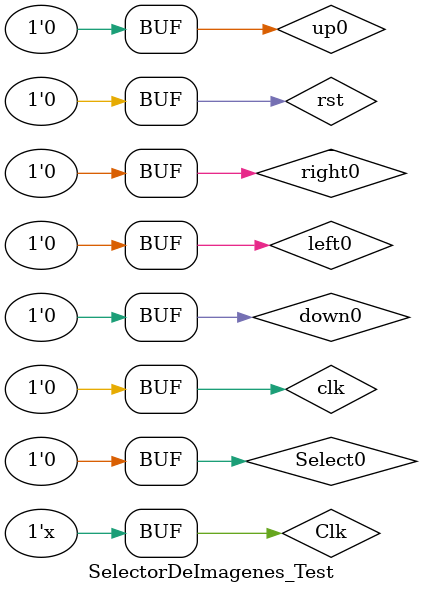
<source format=v>
`timescale 1ns / 1ps


module SelectorDeImagenes_Test;

	// Inputs
	reg clk;
	reg rst;
	reg up0;
	reg down0;
	reg left0;
	reg right0;
	reg Select0;

	// Outputs
	wire HSync;
	wire VSync;
	wire [2:0] rgb;

	// Instantiate the Unit Under Test (UUT)
	CoreModule uut (
		.clk(clk), 
		.rst(rst), 
		.up0(up0), 
		.down0(down0), 
		.left0(left0), 
		.right0(right0), 
		.Select0(Select0), 
		.HSync(HSync), 
		.VSync(VSync), 
		.rgb(rgb)
	);

	initial begin
		// Initialize Inputs
		clk = 0;
		rst = 0;
		up0 = 0;
		down0 = 0;
		left0 = 0;
		right0 = 0;
		Select0 = 0;

		// Wait 100 ns for global reset to finish
		#10;
        
		// Add stimulus here
		#10;

	end
always 
begin
#10 Clk <=~Clk;
end   
endmodule


</source>
